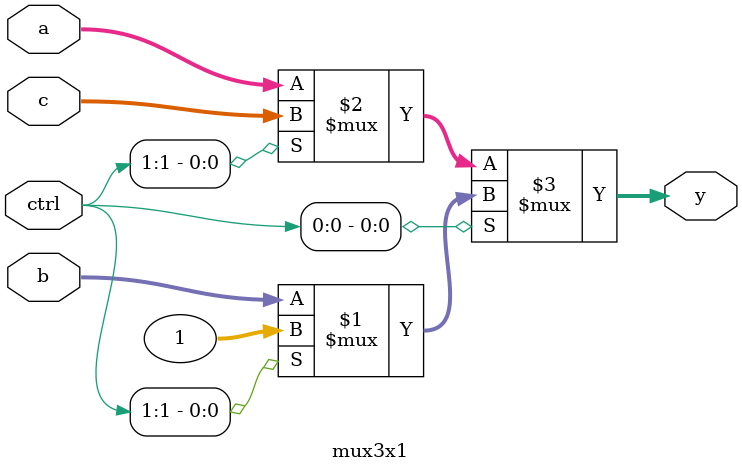
<source format=sv>
module mux3x1 #(parameter WIDTH = 32)
				   (input  logic  [WIDTH-1:0] a,b,c,
					 input  logic	[1:0]			ctrl,
					 output logic  [WIDTH-1:0] y);
		
		assign y = ( ctrl[0] ? (ctrl[1] ? 1:b):(ctrl[1] ? c:a) );
		
endmodule

</source>
